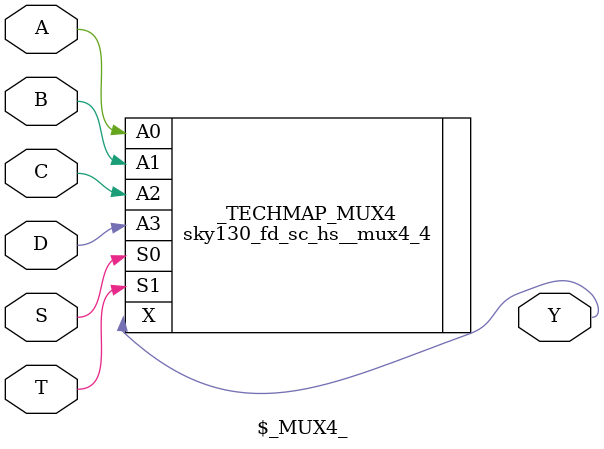
<source format=v>
module \$_MUX4_ (
    output Y,
    input A,
    input B,
    input C,
    input D,
    input S,
    input T
    );
  sky130_fd_sc_hs__mux4_4 _TECHMAP_MUX4 (
      .X(Y),
      .A0(A),
      .A1(B),
      .A2(C),
      .A3(D),
      .S0(S),
      .S1(T)
  );
endmodule
</source>
